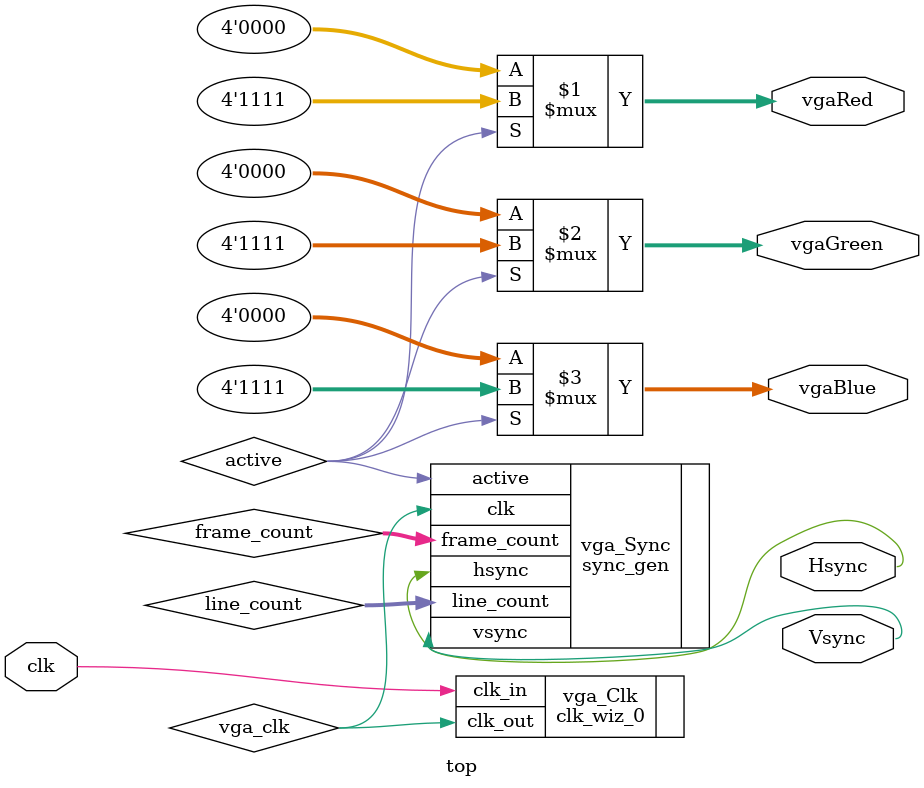
<source format=v>
`timescale 1ns / 1ps

module top(
 output wire       Hsync,
 output wire       Vsync,
 output wire [3:0] vgaRed,
 output wire [3:0] vgaGreen,
 output wire [3:0] vgaBlue,
 input  wire       clk
);

wire [10:0]  line_count;
wire [10:0]  frame_count;
wire        vga_clk;

clk_wiz_0 vga_Clk(
    .clk_in(clk),
    .clk_out(vga_clk)
);

sync_gen vga_Sync(
    .hsync(Hsync),
    .vsync(Vsync),
    .active(active),
    .line_count(line_count),
    .frame_count(frame_count),
    .clk(vga_clk)
);

assign vgaRed   = (active) ? 4'hF : 4'h0;
assign vgaGreen = (active) ? 4'hF : 4'h0;
assign vgaBlue  = (active) ? 4'hF : 4'h0;
    
endmodule

</source>
